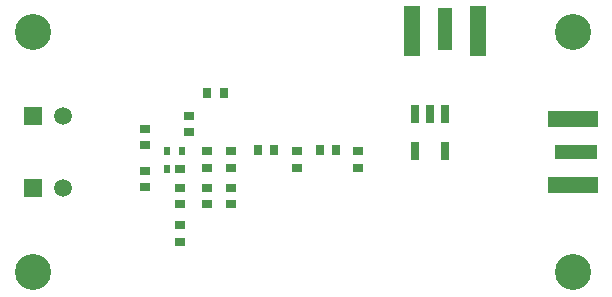
<source format=gbr>
%TF.GenerationSoftware,Altium Limited,Altium Designer,22.5.1 (42)*%
G04 Layer_Color=255*
%FSLAX26Y26*%
%MOIN*%
%TF.SameCoordinates,B04901F9-BF46-49F9-850C-5E78856F6392*%
%TF.FilePolarity,Positive*%
%TF.FileFunction,Pads,Top*%
%TF.Part,Single*%
G01*
G75*
%TA.AperFunction,ConnectorPad*%
%ADD10R,0.141732X0.050000*%
%ADD11R,0.165354X0.053150*%
%TA.AperFunction,SMDPad,CuDef*%
%ADD12R,0.053150X0.165354*%
%ADD13R,0.050000X0.141732*%
%ADD14R,0.030000X0.060000*%
%ADD15R,0.035433X0.031496*%
%ADD16R,0.023622X0.031496*%
%ADD17R,0.031496X0.035433*%
%TA.AperFunction,ComponentPad*%
%ADD21C,0.059055*%
%ADD22R,0.059055X0.059055*%
%TA.AperFunction,WasherPad*%
%ADD23C,0.120000*%
D10*
X2910000Y1500000D02*
D03*
D11*
X2902126Y1388780D02*
D03*
Y1611220D02*
D03*
D12*
X2363780Y1902126D02*
D03*
X2586220D02*
D03*
D13*
X2475000Y1910000D02*
D03*
D14*
X2375000Y1627000D02*
D03*
X2425000D02*
D03*
X2475000D02*
D03*
Y1503000D02*
D03*
X2375000D02*
D03*
D15*
X1590000Y1255118D02*
D03*
Y1200000D02*
D03*
X1680000Y1380000D02*
D03*
Y1324882D02*
D03*
X1590000Y1380000D02*
D03*
Y1324882D02*
D03*
X1475000Y1437559D02*
D03*
Y1382441D02*
D03*
Y1577559D02*
D03*
Y1522441D02*
D03*
X1592803Y1441494D02*
D03*
X1620000Y1620000D02*
D03*
Y1564882D02*
D03*
X1760000Y1380118D02*
D03*
Y1325000D02*
D03*
X2185000Y1502559D02*
D03*
Y1447441D02*
D03*
X1980000Y1502559D02*
D03*
Y1447441D02*
D03*
X1760000Y1502559D02*
D03*
Y1447441D02*
D03*
X1680000Y1502559D02*
D03*
Y1447441D02*
D03*
D16*
X1547527Y1504486D02*
D03*
X1598709D02*
D03*
X1547527Y1441494D02*
D03*
D17*
X2112559Y1505000D02*
D03*
X2057441D02*
D03*
X1850000Y1505000D02*
D03*
X1905118D02*
D03*
X1682441Y1695000D02*
D03*
X1737559D02*
D03*
D21*
X1200000Y1380000D02*
D03*
Y1620000D02*
D03*
D22*
X1100000Y1380000D02*
D03*
Y1620000D02*
D03*
D23*
Y1900000D02*
D03*
Y1100000D02*
D03*
X2900000D02*
D03*
Y1900000D02*
D03*
%TF.MD5,4f35dc7d5e5008490e583eef92992c5f*%
M02*

</source>
